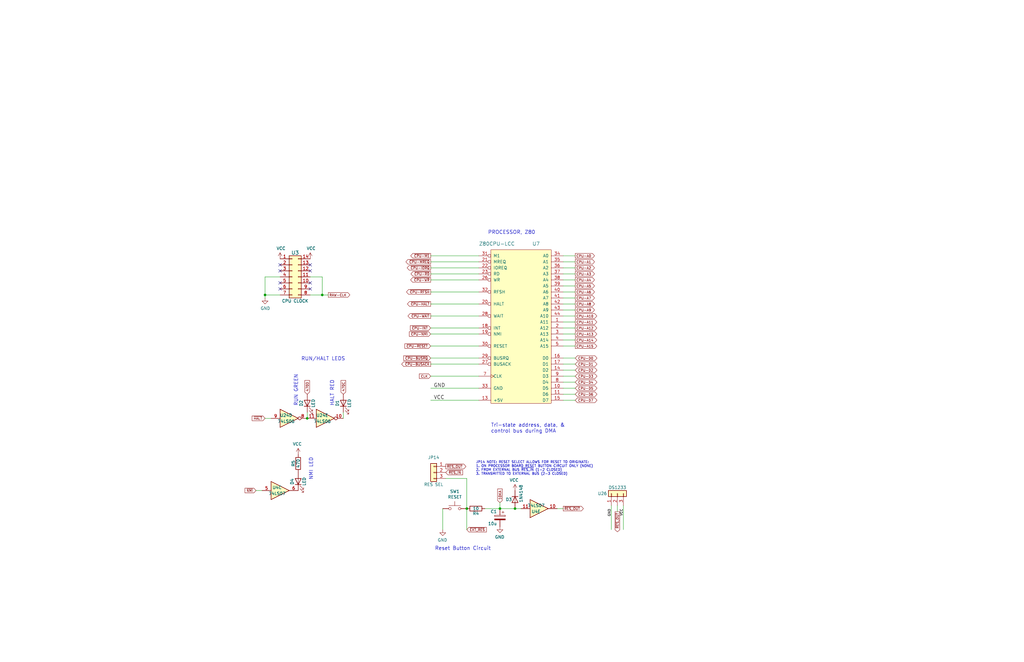
<source format=kicad_sch>
(kicad_sch (version 20211123) (generator eeschema)
  (paper "B")
  (lib_symbols
    (symbol "74xx:74LS06" (pin_names (offset 1.016))
      (property "Reference" "U" (at 0 1.27 0))
      (property "Value" "74LS06" (at 0 -1.27 0))
      (symbol "74LS06_1_0"
        (polyline (pts (xy -3.81 3.81) (xy -3.81 -3.81) (xy 3.81 0) (xy -3.81 3.81)) (stroke (width 0.254)) (fill (type background)))
        (pin input line (at -7.62 0 0) (length 3.81) (name "~") (number "1"))
        (pin open_collector inverted (at 7.62 0 180) (length 3.81) (name "~") (number "2"))
      )
      (symbol "74LS06_2_0"
        (polyline (pts (xy -3.81 3.81) (xy -3.81 -3.81) (xy 3.81 0) (xy -3.81 3.81)) (stroke (width 0.254)) (fill (type background)))
        (pin input line (at -7.62 0 0) (length 3.81) (name "~") (number "3"))
        (pin open_collector inverted (at 7.62 0 180) (length 3.81) (name "~") (number "4"))
      )
      (symbol "74LS06_3_0"
        (polyline (pts (xy -3.81 3.81) (xy -3.81 -3.81) (xy 3.81 0) (xy -3.81 3.81)) (stroke (width 0.254)) (fill (type background)))
        (pin input line (at -7.62 0 0) (length 3.81) (name "~") (number "5"))
        (pin open_collector inverted (at 7.62 0 180) (length 3.81) (name "~") (number "6"))
      )
      (symbol "74LS06_4_0"
        (polyline (pts (xy -3.81 3.81) (xy -3.81 -3.81) (xy 3.81 0) (xy -3.81 3.81)) (stroke (width 0.254)) (fill (type background)))
        (pin open_collector inverted (at 7.62 0 180) (length 3.81) (name "~") (number "8"))
        (pin input line (at -7.62 0 0) (length 3.81) (name "~") (number "9"))
      )
      (symbol "74LS06_5_0"
        (polyline (pts (xy -3.81 3.81) (xy -3.81 -3.81) (xy 3.81 0) (xy -3.81 3.81)) (stroke (width 0.254)) (fill (type background)))
        (pin open_collector inverted (at 7.62 0 180) (length 3.81) (name "~") (number "10"))
        (pin input line (at -7.62 0 0) (length 3.81) (name "~") (number "11"))
      )
      (symbol "74LS06_6_0"
        (polyline (pts (xy -3.81 3.81) (xy -3.81 -3.81) (xy 3.81 0) (xy -3.81 3.81)) (stroke (width 0.254)) (fill (type background)))
        (pin open_collector inverted (at 7.62 0 180) (length 3.81) (name "~") (number "12"))
        (pin input line (at -7.62 0 0) (length 3.81) (name "~") (number "13"))
      )
      (symbol "74LS06_7_0"
        (pin power_in line (at 0 12.7 270) (length 5.08) (name "VCC") (number "14"))
        (pin power_in line (at 0 -12.7 90) (length 5.08) (name "GND") (number "7"))
      )
      (symbol "74LS06_7_1"
        (rectangle (start -5.08 7.62) (end 5.08 -7.62) (stroke (width 0.254)) (fill (type background)))
      )
    )
    (symbol "74xx:74LS07" (pin_names (offset 1.016))
      (property "Reference" "U" (at 0 1.27 0))
      (property "Value" "74LS07" (at 0 -1.27 0))
      (symbol "74LS07_1_0"
        (polyline (pts (xy -3.81 3.81) (xy -3.81 -3.81) (xy 3.81 0) (xy -3.81 3.81)) (stroke (width 0.254)) (fill (type background)))
        (pin input line (at -7.62 0 0) (length 3.81) (name "~") (number "1"))
        (pin open_collector line (at 7.62 0 180) (length 3.81) (name "~") (number "2"))
      )
      (symbol "74LS07_2_0"
        (polyline (pts (xy -3.81 3.81) (xy -3.81 -3.81) (xy 3.81 0) (xy -3.81 3.81)) (stroke (width 0.254)) (fill (type background)))
        (pin input line (at -7.62 0 0) (length 3.81) (name "~") (number "3"))
        (pin open_collector line (at 7.62 0 180) (length 3.81) (name "~") (number "4"))
      )
      (symbol "74LS07_3_0"
        (polyline (pts (xy -3.81 3.81) (xy -3.81 -3.81) (xy 3.81 0) (xy -3.81 3.81)) (stroke (width 0.254)) (fill (type background)))
        (pin input line (at -7.62 0 0) (length 3.81) (name "~") (number "5"))
        (pin open_collector line (at 7.62 0 180) (length 3.81) (name "~") (number "6"))
      )
      (symbol "74LS07_4_0"
        (polyline (pts (xy -3.81 3.81) (xy -3.81 -3.81) (xy 3.81 0) (xy -3.81 3.81)) (stroke (width 0.254)) (fill (type background)))
        (pin open_collector line (at 7.62 0 180) (length 3.81) (name "~") (number "8"))
        (pin input line (at -7.62 0 0) (length 3.81) (name "~") (number "9"))
      )
      (symbol "74LS07_5_0"
        (polyline (pts (xy -3.81 3.81) (xy -3.81 -3.81) (xy 3.81 0) (xy -3.81 3.81)) (stroke (width 0.254)) (fill (type background)))
        (pin open_collector line (at 7.62 0 180) (length 3.81) (name "~") (number "10"))
        (pin input line (at -7.62 0 0) (length 3.81) (name "~") (number "11"))
      )
      (symbol "74LS07_6_0"
        (polyline (pts (xy -3.81 3.81) (xy -3.81 -3.81) (xy 3.81 0) (xy -3.81 3.81)) (stroke (width 0.254)) (fill (type background)))
        (pin open_collector line (at 7.62 0 180) (length 3.81) (name "~") (number "12"))
        (pin input line (at -7.62 0 0) (length 3.81) (name "~") (number "13"))
      )
      (symbol "74LS07_7_0"
        (pin power_in line (at 0 12.7 270) (length 5.08) (name "VCC") (number "14"))
        (pin power_in line (at 0 -12.7 90) (length 5.08) (name "GND") (number "7"))
      )
      (symbol "74LS07_7_1"
        (rectangle (start -5.08 7.62) (end 5.08 -7.62) (stroke (width 0.254)) (fill (type background)))
      )
    )
    (symbol "Connector_Generic:Conn_01x03" (pin_names (offset 1.016) hide)
      (property "Reference" "J" (at 0 5.08 0))
      (property "Value" "Conn_01x03" (at 0 -5.08 0))
      (symbol "Conn_01x03_1_1"
        (rectangle (start -1.27 -2.413) (end 0 -2.667) (stroke (width 0.1524)))
        (rectangle (start -1.27 0.127) (end 0 -0.127) (stroke (width 0.1524)))
        (rectangle (start -1.27 2.667) (end 0 2.413) (stroke (width 0.1524)))
        (rectangle (start -1.27 3.81) (end 1.27 -3.81) (stroke (width 0.254)) (fill (type background)))
        (pin passive line (at -5.08 2.54 0) (length 3.81) (name "Pin_1") (number "1"))
        (pin passive line (at -5.08 0 0) (length 3.81) (name "Pin_2") (number "2"))
        (pin passive line (at -5.08 -2.54 0) (length 3.81) (name "Pin_3") (number "3"))
      )
    )
    (symbol "Connector_Generic:Conn_02x07_Counter_Clockwise" (pin_names (offset 1.016) hide)
      (property "Reference" "J" (at 1.27 10.16 0))
      (property "Value" "Conn_02x07_Counter_Clockwise" (at 1.27 -10.16 0))
      (symbol "Conn_02x07_Counter_Clockwise_1_1"
        (rectangle (start -1.27 -7.493) (end 0 -7.747) (stroke (width 0.1524)))
        (rectangle (start -1.27 -4.953) (end 0 -5.207) (stroke (width 0.1524)))
        (rectangle (start -1.27 -2.413) (end 0 -2.667) (stroke (width 0.1524)))
        (rectangle (start -1.27 0.127) (end 0 -0.127) (stroke (width 0.1524)))
        (rectangle (start -1.27 2.667) (end 0 2.413) (stroke (width 0.1524)))
        (rectangle (start -1.27 5.207) (end 0 4.953) (stroke (width 0.1524)))
        (rectangle (start -1.27 7.747) (end 0 7.493) (stroke (width 0.1524)))
        (rectangle (start -1.27 8.89) (end 3.81 -8.89) (stroke (width 0.254)) (fill (type background)))
        (rectangle (start 3.81 -7.493) (end 2.54 -7.747) (stroke (width 0.1524)))
        (rectangle (start 3.81 -4.953) (end 2.54 -5.207) (stroke (width 0.1524)))
        (rectangle (start 3.81 -2.413) (end 2.54 -2.667) (stroke (width 0.1524)))
        (rectangle (start 3.81 0.127) (end 2.54 -0.127) (stroke (width 0.1524)))
        (rectangle (start 3.81 2.667) (end 2.54 2.413) (stroke (width 0.1524)))
        (rectangle (start 3.81 5.207) (end 2.54 4.953) (stroke (width 0.1524)))
        (rectangle (start 3.81 7.747) (end 2.54 7.493) (stroke (width 0.1524)))
        (pin passive line (at -5.08 7.62 0) (length 3.81) (name "Pin_1") (number "1"))
        (pin passive line (at 7.62 -2.54 180) (length 3.81) (name "Pin_10") (number "10"))
        (pin passive line (at 7.62 0 180) (length 3.81) (name "Pin_11") (number "11"))
        (pin passive line (at 7.62 2.54 180) (length 3.81) (name "Pin_12") (number "12"))
        (pin passive line (at 7.62 5.08 180) (length 3.81) (name "Pin_13") (number "13"))
        (pin passive line (at 7.62 7.62 180) (length 3.81) (name "Pin_14") (number "14"))
        (pin passive line (at -5.08 5.08 0) (length 3.81) (name "Pin_2") (number "2"))
        (pin passive line (at -5.08 2.54 0) (length 3.81) (name "Pin_3") (number "3"))
        (pin passive line (at -5.08 0 0) (length 3.81) (name "Pin_4") (number "4"))
        (pin passive line (at -5.08 -2.54 0) (length 3.81) (name "Pin_5") (number "5"))
        (pin passive line (at -5.08 -5.08 0) (length 3.81) (name "Pin_6") (number "6"))
        (pin passive line (at -5.08 -7.62 0) (length 3.81) (name "Pin_7") (number "7"))
        (pin passive line (at 7.62 -7.62 180) (length 3.81) (name "Pin_8") (number "8"))
        (pin passive line (at 7.62 -5.08 180) (length 3.81) (name "Pin_9") (number "9"))
      )
    )
    (symbol "Device:C_Polarized" (pin_numbers hide) (pin_names (offset 0.254))
      (property "Reference" "C" (at 0.635 2.54 0))
      (property "Value" "C_Polarized" (at 0.635 -2.54 0))
      (symbol "C_Polarized_0_1"
        (rectangle (start -2.286 0.508) (end 2.286 1.016))
        (polyline (pts (xy -1.778 2.286) (xy -0.762 2.286)))
        (polyline (pts (xy -1.27 2.794) (xy -1.27 1.778)))
        (rectangle (start 2.286 -0.508) (end -2.286 -1.016) (fill (type outline)))
      )
      (symbol "C_Polarized_1_1"
        (pin passive line (at 0 3.81 270) (length 2.794) (name "~") (number "1"))
        (pin passive line (at 0 -3.81 90) (length 2.794) (name "~") (number "2"))
      )
    )
    (symbol "Device:LED" (pin_numbers hide) (pin_names (offset 1.016) hide)
      (property "Reference" "D" (at 0 2.54 0))
      (property "Value" "LED" (at 0 -2.54 0))
      (symbol "LED_0_1"
        (polyline (pts (xy -1.27 -1.27) (xy -1.27 1.27)) (stroke (width 0.254)))
        (polyline (pts (xy -1.27 0) (xy 1.27 0)))
        (polyline (pts (xy 1.27 -1.27) (xy 1.27 1.27) (xy -1.27 0) (xy 1.27 -1.27)) (stroke (width 0.254)))
        (polyline (pts (xy -3.048 -0.762) (xy -4.572 -2.286) (xy -3.81 -2.286) (xy -4.572 -2.286) (xy -4.572 -1.524)))
        (polyline (pts (xy -1.778 -0.762) (xy -3.302 -2.286) (xy -2.54 -2.286) (xy -3.302 -2.286) (xy -3.302 -1.524)))
      )
      (symbol "LED_1_1"
        (pin passive line (at -3.81 0 0) (length 2.54) (name "K") (number "1"))
        (pin passive line (at 3.81 0 180) (length 2.54) (name "A") (number "2"))
      )
    )
    (symbol "Device:R" (pin_numbers hide) (pin_names (offset 0))
      (property "Reference" "R" (at 2.032 0 90))
      (property "Value" "R" (at 0 0 90))
      (symbol "R_0_1"
        (rectangle (start -1.016 -2.54) (end 1.016 2.54) (stroke (width 0.254)))
      )
      (symbol "R_1_1"
        (pin passive line (at 0 3.81 270) (length 1.27) (name "~") (number "1"))
        (pin passive line (at 0 -3.81 90) (length 1.27) (name "~") (number "2"))
      )
    )
    (symbol "Diode:1N4148" (pin_numbers hide) (pin_names hide)
      (property "Reference" "D" (at 0 2.54 0))
      (property "Value" "1N4148" (at 0 -2.54 0))
      (symbol "1N4148_0_1"
        (polyline (pts (xy -1.27 1.27) (xy -1.27 -1.27)) (stroke (width 0.254)))
        (polyline (pts (xy 1.27 0) (xy -1.27 0)))
        (polyline (pts (xy 1.27 1.27) (xy 1.27 -1.27) (xy -1.27 0) (xy 1.27 1.27)) (stroke (width 0.254)))
      )
      (symbol "1N4148_1_1"
        (pin passive line (at -3.81 0 0) (length 2.54) (name "K") (number "1"))
        (pin passive line (at 3.81 0 180) (length 2.54) (name "A") (number "2"))
      )
    )
    (symbol "Switch:SW_Push" (pin_numbers hide) (pin_names (offset 1.016) hide)
      (property "Reference" "SW" (at 1.27 2.54 0))
      (property "Value" "SW_Push" (at 0 -1.524 0))
      (symbol "SW_Push_0_1"
        (circle (center -2.032 0) (radius 0.508))
        (polyline (pts (xy 0 1.27) (xy 0 3.048)))
        (polyline (pts (xy 2.54 1.27) (xy -2.54 1.27)))
        (circle (center 2.032 0) (radius 0.508))
        (pin passive line (at -5.08 0 0) (length 2.54) (name "1") (number "1"))
        (pin passive line (at 5.08 0 180) (length 2.54) (name "2") (number "2"))
      )
    )
    (symbol "Zilog_z80:Z80CPU-LCC" (pin_names (offset 1.016))
      (property "Reference" "IC" (at 0 1.27 0))
      (property "Value" "Z80CPU-LCC" (at 12.7 1.27 0))
      (symbol "Z80CPU-LCC_0_0"
        (pin no_connect line (at 11.43 -67.31 90) (length 2.54) hide (name "NC") (number "12"))
        (pin no_connect line (at 13.97 -67.31 90) (length 2.54) hide (name "NC") (number "24"))
        (pin no_connect line (at 16.51 -67.31 90) (length 2.54) hide (name "NC") (number "25"))
        (pin output line (at 30.48 -20.32 180) (length 5.08) (name "A7") (number "41"))
        (pin output line (at 30.48 -22.86 180) (length 5.08) (name "A8") (number "42"))
        (pin output line (at 30.48 -25.4 180) (length 5.08) (name "A9") (number "43"))
        (pin output line (at 30.48 -27.94 180) (length 5.08) (name "A10") (number "44"))
        (pin no_connect line (at 8.89 -67.31 90) (length 2.54) hide (name "NC") (number "6"))
      )
      (symbol "Z80CPU-LCC_1_0"
        (rectangle (start -1.27 -50.8) (end -1.27 -50.8))
        (rectangle (start 0 0) (end 25.4 -64.77) (fill (type background)))
        (pin output line (at 30.48 -30.48 180) (length 5.08) (name "A11") (number "1"))
        (pin bidirectional line (at 30.48 -58.42 180) (length 5.08) (name "D5") (number "10"))
        (pin bidirectional line (at 30.48 -60.96 180) (length 5.08) (name "D6") (number "11"))
        (pin power_in line (at -5.08 -63.5 0) (length 5.08) (name "+5V") (number "13"))
        (pin bidirectional line (at 30.48 -50.8 180) (length 5.08) (name "D2") (number "14"))
        (pin bidirectional line (at 30.48 -63.5 180) (length 5.08) (name "D7") (number "15"))
        (pin bidirectional line (at 30.48 -45.72 180) (length 5.08) (name "D0") (number "16"))
        (pin bidirectional line (at 30.48 -48.26 180) (length 5.08) (name "D1") (number "17"))
        (pin input inverted (at -5.08 -33.02 0) (length 5.08) (name "INT") (number "18"))
        (pin input inverted (at -5.08 -35.56 0) (length 5.08) (name "NMI") (number "19"))
        (pin output line (at 30.48 -33.02 180) (length 5.08) (name "A12") (number "2"))
        (pin output inverted (at -5.08 -22.86 0) (length 5.08) (name "HALT") (number "20"))
        (pin output inverted (at -5.08 -5.08 0) (length 5.08) (name "MREQ") (number "21"))
        (pin output inverted (at -5.08 -7.62 0) (length 5.08) (name "IOREQ") (number "22"))
        (pin output inverted (at -5.08 -10.16 0) (length 5.08) (name "RD") (number "23"))
        (pin output inverted (at -5.08 -12.7 0) (length 5.08) (name "WR") (number "26"))
        (pin output inverted (at -5.08 -48.26 0) (length 5.08) (name "BUSACK") (number "27"))
        (pin input inverted (at -5.08 -27.94 0) (length 5.08) (name "WAIT") (number "28"))
        (pin input inverted (at -5.08 -45.72 0) (length 5.08) (name "BUSRQ") (number "29"))
        (pin output line (at 30.48 -35.56 180) (length 5.08) (name "A13") (number "3"))
        (pin input inverted (at -5.08 -40.64 0) (length 5.08) (name "RESET") (number "30"))
        (pin output inverted (at -5.08 -2.54 0) (length 5.08) (name "M1") (number "31"))
        (pin output inverted (at -5.08 -17.78 0) (length 5.08) (name "RFSH") (number "32"))
        (pin power_in line (at -5.08 -58.42 0) (length 5.08) (name "GND") (number "33"))
        (pin output line (at 30.48 -2.54 180) (length 5.08) (name "A0") (number "34"))
        (pin output line (at 30.48 -5.08 180) (length 5.08) (name "A1") (number "35"))
        (pin output line (at 30.48 -7.62 180) (length 5.08) (name "A2") (number "36"))
        (pin output line (at 30.48 -10.16 180) (length 5.08) (name "A3") (number "37"))
        (pin output line (at 30.48 -12.7 180) (length 5.08) (name "A4") (number "38"))
        (pin output line (at 30.48 -15.24 180) (length 5.08) (name "A5") (number "39"))
        (pin output line (at 30.48 -38.1 180) (length 5.08) (name "A14") (number "4"))
        (pin output line (at 30.48 -17.78 180) (length 5.08) (name "A6") (number "40"))
        (pin output line (at 30.48 -40.64 180) (length 5.08) (name "A15") (number "5"))
        (pin input clock (at -5.08 -53.34 0) (length 5.08) (name "CLK") (number "7"))
        (pin bidirectional line (at 30.48 -55.88 180) (length 5.08) (name "D4") (number "8"))
        (pin bidirectional line (at 30.48 -53.34 180) (length 5.08) (name "D3") (number "9"))
      )
    )
    (symbol "power:GND" (power) (pin_names (offset 0))
      (property "Value" "GND" (at 0 -3.81 0))
      (symbol "GND_0_1"
        (polyline (pts (xy 0 0) (xy 0 -1.27) (xy 1.27 -1.27) (xy 0 -2.54) (xy -1.27 -1.27) (xy 0 -1.27)))
      )
      (symbol "GND_1_1"
        (pin power_in line (at 0 0 270) (length 0) hide (name "GND") (number "1"))
      )
    )
    (symbol "power:VCC" (power) (pin_names (offset 0))
      (property "Value" "VCC" (at 0 3.81 0))
      (symbol "VCC_0_1"
        (polyline (pts (xy -0.762 1.27) (xy 0 2.54)))
        (polyline (pts (xy 0 0) (xy 0 2.54)))
        (polyline (pts (xy 0 2.54) (xy 0.762 1.27)))
      )
      (symbol "VCC_1_1"
        (pin power_in line (at 0 0 90) (length 0) hide (name "VCC") (number "1"))
      )
    )
  )
  (junction (at 196.85 214.63))
  (junction (at 210.82 214.63))
  (junction (at 129.54 176.53))
  (junction (at 135.89 124.46))
  (junction (at 111.76 124.46))
  (junction (at 217.17 214.63))
  (no_connect (at 118.11 119.38))
  (no_connect (at 118.11 111.76))
  (no_connect (at 130.81 111.76))
  (no_connect (at 130.81 121.92))
  (no_connect (at 118.11 121.92))
  (no_connect (at 130.81 114.3))
  (no_connect (at 130.81 119.38))
  (no_connect (at 118.11 114.3))
  (wire (pts (xy 181.61 153.67) (xy 201.93 153.67)))
  (wire (pts (xy 181.61 140.97) (xy 201.93 140.97)))
  (wire (pts (xy 237.49 118.11) (xy 242.57 118.11)))
  (wire (pts (xy 111.76 176.53) (xy 114.3 176.53)))
  (wire (pts (xy 144.78 173.99) (xy 144.78 176.53)))
  (wire (pts (xy 237.49 130.81) (xy 242.57 130.81)))
  (wire (pts (xy 237.49 113.03) (xy 242.57 113.03)))
  (wire (pts (xy 237.49 153.67) (xy 242.57 153.67)))
  (wire (pts (xy 237.49 151.13) (xy 242.57 151.13)))
  (wire (pts (xy 111.76 125.73) (xy 111.76 124.46)))
  (wire (pts (xy 237.49 156.21) (xy 242.57 156.21)))
  (wire (pts (xy 237.49 110.49) (xy 242.57 110.49)))
  (wire (pts (xy 237.49 115.57) (xy 242.57 115.57)))
  (wire (pts (xy 110.49 207.01) (xy 107.95 207.01)))
  (wire (pts (xy 181.61 163.83) (xy 201.93 163.83)))
  (wire (pts (xy 260.35 215.9) (xy 260.35 213.36)))
  (wire (pts (xy 237.49 161.29) (xy 242.57 161.29)))
  (wire (pts (xy 237.49 123.19) (xy 242.57 123.19)))
  (wire (pts (xy 237.49 128.27) (xy 242.57 128.27)))
  (wire (pts (xy 257.81 213.36) (xy 257.81 223.52)))
  (wire (pts (xy 129.54 173.99) (xy 129.54 176.53)))
  (wire (pts (xy 196.85 214.63) (xy 196.85 223.52)))
  (wire (pts (xy 237.49 135.89) (xy 242.57 135.89)))
  (wire (pts (xy 201.93 128.27) (xy 181.61 128.27)))
  (wire (pts (xy 237.49 158.75) (xy 242.57 158.75)))
  (wire (pts (xy 118.11 116.84) (xy 111.76 116.84)))
  (wire (pts (xy 201.93 107.95) (xy 181.61 107.95)))
  (wire (pts (xy 210.82 214.63) (xy 204.47 214.63)))
  (wire (pts (xy 196.85 201.93) (xy 196.85 214.63)))
  (wire (pts (xy 135.89 124.46) (xy 138.43 124.46)))
  (wire (pts (xy 181.61 151.13) (xy 201.93 151.13)))
  (wire (pts (xy 237.49 125.73) (xy 242.57 125.73)))
  (wire (pts (xy 210.82 214.63) (xy 210.82 212.09)))
  (wire (pts (xy 111.76 124.46) (xy 118.11 124.46)))
  (wire (pts (xy 237.49 146.05) (xy 242.57 146.05)))
  (wire (pts (xy 181.61 133.35) (xy 201.93 133.35)))
  (wire (pts (xy 181.61 158.75) (xy 201.93 158.75)))
  (wire (pts (xy 181.61 146.05) (xy 201.93 146.05)))
  (wire (pts (xy 237.49 143.51) (xy 242.57 143.51)))
  (wire (pts (xy 217.17 214.63) (xy 210.82 214.63)))
  (wire (pts (xy 237.49 214.63) (xy 234.95 214.63)))
  (wire (pts (xy 181.61 118.11) (xy 201.93 118.11)))
  (wire (pts (xy 196.85 201.93) (xy 187.96 201.93)))
  (wire (pts (xy 181.61 168.91) (xy 201.93 168.91)))
  (wire (pts (xy 262.89 213.36) (xy 262.89 223.52)))
  (wire (pts (xy 181.61 115.57) (xy 201.93 115.57)))
  (wire (pts (xy 135.89 116.84) (xy 135.89 124.46)))
  (wire (pts (xy 201.93 123.19) (xy 181.61 123.19)))
  (wire (pts (xy 186.69 214.63) (xy 186.69 223.52)))
  (wire (pts (xy 111.76 116.84) (xy 111.76 124.46)))
  (wire (pts (xy 181.61 138.43) (xy 201.93 138.43)))
  (wire (pts (xy 237.49 133.35) (xy 242.57 133.35)))
  (wire (pts (xy 135.89 124.46) (xy 130.81 124.46)))
  (wire (pts (xy 237.49 138.43) (xy 242.57 138.43)))
  (wire (pts (xy 237.49 166.37) (xy 242.57 166.37)))
  (wire (pts (xy 237.49 163.83) (xy 242.57 163.83)))
  (wire (pts (xy 181.61 110.49) (xy 201.93 110.49)))
  (wire (pts (xy 130.81 116.84) (xy 135.89 116.84)))
  (wire (pts (xy 237.49 107.95) (xy 242.57 107.95)))
  (wire (pts (xy 237.49 120.65) (xy 242.57 120.65)))
  (wire (pts (xy 237.49 168.91) (xy 242.57 168.91)))
  (wire (pts (xy 201.93 113.03) (xy 181.61 113.03)))
  (wire (pts (xy 237.49 140.97) (xy 242.57 140.97)))
  (wire (pts (xy 219.71 214.63) (xy 217.17 214.63)))
  (text "RUN GREEN" (at 125.73 171.45 90) (effects (font (size 1.524 1.524)) (justify left bottom)))
  (text "JP14 NOTE: RESET SELECT ALLOWS FOR RESET TO ORIGINATE:\n1. ON PROCESSOR BOARD RESET BUTTON CIRCUIT ONLY (NONE)\n2. FROM EXTERNAL BUS ~{RES_IN} (1-2 CLOSED)\n3. TRANSMITTED TO EXTERNAL BUS (2-3 CLOSED)" (at 200.66 200.66 0) (effects (font (size 1.016 1.016)) (justify left bottom)))
  (text "HALT RED" (at 140.97 171.45 90) (effects (font (size 1.524 1.524)) (justify left bottom)))
  (text "Reset Button Circuit" (at 207.01 232.41 180) (effects (font (size 1.524 1.524)) (justify right bottom)))
  (text "NMI LED" (at 132.08 193.04 270) (effects (font (size 1.524 1.524)) (justify right bottom)))
  (text "PROCESSOR, Z80" (at 205.74 99.06 0) (effects (font (size 1.524 1.524)) (justify left bottom)))
  (text "Tri-state address, data, & \ncontrol bus during DMA" (at 207.01 182.88 0) (effects (font (size 1.524 1.524)) (justify left bottom)))
  (text "RUN/HALT LEDS" (at 127 152.4 0) (effects (font (size 1.524 1.524)) (justify left bottom)))
  (label "VCC" (at 262.89 214.63 270) (effects (font (size 1.016 1.016))))
  (label "GND" (at 182.88 163.83 0) (effects (font (size 1.524 1.524))))
  (label "VCC" (at 182.88 168.91 0) (effects (font (size 1.524 1.524))))
  (label "GND" (at 257.81 214.63 270) (effects (font (size 1.016 1.016))))
  (global_label "CPU-D5" (shape bidirectional) (at 242.57 163.83 0) (effects (font (size 1.016 1.016))) (property "Intersheet References" "${INTERSHEET_REFS}" (effects hide)))
  (global_label "10KA" (shape input) (at 210.82 212.09 90) (effects (font (size 1.016 1.016))) (property "Intersheet References" "${INTERSHEET_REFS}" (effects hide)))
  (global_label "~{CPU-BUSRQ}" (shape input) (at 181.61 151.13 180) (effects (font (size 1.016 1.016))) (property "Intersheet References" "${INTERSHEET_REFS}" (effects hide)))
  (global_label "~{RES_OUT}" (shape output) (at 260.35 215.9 270) (effects (font (size 1.016 1.016))) (property "Intersheet References" "${INTERSHEET_REFS}" (effects hide)))
  (global_label "CPU-A10" (shape output) (at 242.57 133.35 0) (effects (font (size 1.016 1.016))) (property "Intersheet References" "${INTERSHEET_REFS}" (effects hide)))
  (global_label "CPU-A15" (shape output) (at 242.57 146.05 0) (effects (font (size 1.016 1.016))) (property "Intersheet References" "${INTERSHEET_REFS}" (effects hide)))
  (global_label "~{CPU-BUSACK}" (shape output) (at 181.61 153.67 180) (effects (font (size 1.016 1.016))) (property "Intersheet References" "${INTERSHEET_REFS}" (effects hide)))
  (global_label "CPU-A2" (shape output) (at 242.57 113.03 0) (effects (font (size 1.016 1.016))) (property "Intersheet References" "${INTERSHEET_REFS}" (effects hide)))
  (global_label "CPU-A14" (shape output) (at 242.57 143.51 0) (effects (font (size 1.016 1.016))) (property "Intersheet References" "${INTERSHEET_REFS}" (effects hide)))
  (global_label "~{CPU-M1}" (shape output) (at 181.61 107.95 180) (effects (font (size 1.016 1.016))) (property "Intersheet References" "${INTERSHEET_REFS}" (effects hide)))
  (global_label "~{CPU-IORQ}" (shape output) (at 181.61 113.03 180) (effects (font (size 1.016 1.016))) (property "Intersheet References" "${INTERSHEET_REFS}" (effects hide)))
  (global_label "~{HALT}" (shape input) (at 111.76 176.53 180) (effects (font (size 1.016 1.016))) (property "Intersheet References" "${INTERSHEET_REFS}" (effects hide)))
  (global_label "CPU-A11" (shape output) (at 242.57 135.89 0) (effects (font (size 1.016 1.016))) (property "Intersheet References" "${INTERSHEET_REFS}" (effects hide)))
  (global_label "~{CPU-MREQ}" (shape output) (at 181.61 110.49 180) (effects (font (size 1.016 1.016))) (property "Intersheet References" "${INTERSHEET_REFS}" (effects hide)))
  (global_label "~{RES_OUT}" (shape output) (at 237.49 214.63 0) (effects (font (size 1.016 1.016))) (property "Intersheet References" "${INTERSHEET_REFS}" (effects hide)))
  (global_label "CPU-A9" (shape output) (at 242.57 130.81 0) (effects (font (size 1.016 1.016))) (property "Intersheet References" "${INTERSHEET_REFS}" (effects hide)))
  (global_label "CPU-A0" (shape output) (at 242.57 107.95 0) (effects (font (size 1.016 1.016))) (property "Intersheet References" "${INTERSHEET_REFS}" (effects hide)))
  (global_label "CPU-A7" (shape output) (at 242.57 125.73 0) (effects (font (size 1.016 1.016))) (property "Intersheet References" "${INTERSHEET_REFS}" (effects hide)))
  (global_label "~{CPU-RFSH}" (shape output) (at 181.61 123.19 180) (effects (font (size 1.016 1.016))) (property "Intersheet References" "${INTERSHEET_REFS}" (effects hide)))
  (global_label "~{CPU-WR}" (shape output) (at 181.61 118.11 180) (effects (font (size 1.016 1.016))) (property "Intersheet References" "${INTERSHEET_REFS}" (effects hide)))
  (global_label "CPU-A6" (shape output) (at 242.57 123.19 0) (effects (font (size 1.016 1.016))) (property "Intersheet References" "${INTERSHEET_REFS}" (effects hide)))
  (global_label "CPU-D2" (shape bidirectional) (at 242.57 156.21 0) (effects (font (size 1.016 1.016))) (property "Intersheet References" "${INTERSHEET_REFS}" (effects hide)))
  (global_label "~{CPU-INT}" (shape input) (at 181.61 138.43 180) (effects (font (size 1.016 1.016))) (property "Intersheet References" "${INTERSHEET_REFS}" (effects hide)))
  (global_label "~{CPU-RESET}" (shape input) (at 181.61 146.05 180) (effects (font (size 1.016 1.016))) (property "Intersheet References" "${INTERSHEET_REFS}" (effects hide)))
  (global_label "CPU-A8" (shape output) (at 242.57 128.27 0) (effects (font (size 1.016 1.016))) (property "Intersheet References" "${INTERSHEET_REFS}" (effects hide)))
  (global_label "~{RES_IN}" (shape input) (at 187.96 199.39 0) (effects (font (size 1.016 1.016))) (property "Intersheet References" "${INTERSHEET_REFS}" (effects hide)))
  (global_label "CPU-A4" (shape output) (at 242.57 118.11 0) (effects (font (size 1.016 1.016))) (property "Intersheet References" "${INTERSHEET_REFS}" (effects hide)))
  (global_label "~{NMI}" (shape input) (at 107.95 207.01 180) (effects (font (size 1.016 1.016))) (property "Intersheet References" "${INTERSHEET_REFS}" (effects hide)))
  (global_label "~{CPU-RD}" (shape output) (at 181.61 115.57 180) (effects (font (size 1.016 1.016))) (property "Intersheet References" "${INTERSHEET_REFS}" (effects hide)))
  (global_label "470D" (shape input) (at 129.54 166.37 90) (effects (font (size 1.016 1.016))) (property "Intersheet References" "${INTERSHEET_REFS}" (effects hide)))
  (global_label "CPU-A13" (shape output) (at 242.57 140.97 0) (effects (font (size 1.016 1.016))) (property "Intersheet References" "${INTERSHEET_REFS}" (effects hide)))
  (global_label "~{RES_OUT}" (shape output) (at 187.96 196.85 0) (effects (font (size 1.016 1.016))) (property "Intersheet References" "${INTERSHEET_REFS}" (effects hide)))
  (global_label "CPU-D4" (shape bidirectional) (at 242.57 161.29 0) (effects (font (size 1.016 1.016))) (property "Intersheet References" "${INTERSHEET_REFS}" (effects hide)))
  (global_label "CPU-A3" (shape output) (at 242.57 115.57 0) (effects (font (size 1.016 1.016))) (property "Intersheet References" "${INTERSHEET_REFS}" (effects hide)))
  (global_label "~{CPU-HALT}" (shape output) (at 181.61 128.27 180) (effects (font (size 1.016 1.016))) (property "Intersheet References" "${INTERSHEET_REFS}" (effects hide)))
  (global_label "CPU-D1" (shape bidirectional) (at 242.57 153.67 0) (effects (font (size 1.016 1.016))) (property "Intersheet References" "${INTERSHEET_REFS}" (effects hide)))
  (global_label "CPU-A5" (shape output) (at 242.57 120.65 0) (effects (font (size 1.016 1.016))) (property "Intersheet References" "${INTERSHEET_REFS}" (effects hide)))
  (global_label "~{EXT_RES}" (shape input) (at 196.85 223.52 0) (effects (font (size 1.016 1.016))) (property "Intersheet References" "${INTERSHEET_REFS}" (effects hide)))
  (global_label "CPU-D7" (shape bidirectional) (at 242.57 168.91 0) (effects (font (size 1.016 1.016))) (property "Intersheet References" "${INTERSHEET_REFS}" (effects hide)))
  (global_label "CPU-D0" (shape bidirectional) (at 242.57 151.13 0) (effects (font (size 1.016 1.016))) (property "Intersheet References" "${INTERSHEET_REFS}" (effects hide)))
  (global_label "~{CPU-WAIT}" (shape output) (at 181.61 133.35 180) (effects (font (size 1.016 1.016))) (property "Intersheet References" "${INTERSHEET_REFS}" (effects hide)))
  (global_label "RAW-CLK" (shape output) (at 138.43 124.46 0) (effects (font (size 1.016 1.016))) (property "Intersheet References" "${INTERSHEET_REFS}" (effects hide)))
  (global_label "CLK" (shape input) (at 181.61 158.75 180) (effects (font (size 1.016 1.016))) (property "Intersheet References" "${INTERSHEET_REFS}" (effects hide)))
  (global_label "CPU-A1" (shape output) (at 242.57 110.49 0) (effects (font (size 1.016 1.016))) (property "Intersheet References" "${INTERSHEET_REFS}" (effects hide)))
  (global_label "~{CPU-NMI}" (shape input) (at 181.61 140.97 180) (effects (font (size 1.016 1.016))) (property "Intersheet References" "${INTERSHEET_REFS}" (effects hide)))
  (global_label "CPU-D3" (shape bidirectional) (at 242.57 158.75 0) (effects (font (size 1.016 1.016))) (property "Intersheet References" "${INTERSHEET_REFS}" (effects hide)))
  (global_label "470C" (shape input) (at 144.78 166.37 90) (effects (font (size 1.016 1.016))) (property "Intersheet References" "${INTERSHEET_REFS}" (effects hide)))
  (global_label "CPU-A12" (shape output) (at 242.57 138.43 0) (effects (font (size 1.016 1.016))) (property "Intersheet References" "${INTERSHEET_REFS}" (effects hide)))
  (global_label "CPU-D6" (shape bidirectional) (at 242.57 166.37 0) (effects (font (size 1.016 1.016))) (property "Intersheet References" "${INTERSHEET_REFS}" (effects hide)))
  (symbol (lib_id "Connector_Generic:Conn_02x07_Counter_Clockwise") (at 123.19 116.84 0) (unit 1)
    (property "Reference" "U3" (at 124.46 106.68 0) (effects (font (size 1.524 1.524))))
    (property "Value" "CPU CLOCK" (at 124.46 127 0))
    (property "Footprint" "Package_DIP:DIP-14_W7.62mm" (effects hide))
  )
  (symbol (lib_id "power:GND") (at 111.76 125.73 0) (unit 1)
    (property "Reference" "#PWR0148" (effects hide))
    (property "Value" "GND" (at 111.887 130.1242 0))
  )
  (symbol (lib_id "power:VCC") (at 118.11 109.22 0) (unit 1)
    (property "Reference" "#PWR0149" (effects hide))
    (property "Value" "VCC" (at 118.491 104.8258 0))
  )
  (symbol (lib_id "power:VCC") (at 130.81 109.22 0) (unit 1)
    (property "Reference" "#PWR0150" (effects hide))
    (property "Value" "VCC" (at 131.191 104.8258 0))
  )
  (symbol (lib_id "Zilog_z80:Z80CPU-LCC") (at 207.01 105.41 0) (unit 1)
    (property "Reference" "U7" (at 226.06 102.87 0) (effects (font (size 1.4986 1.4986))))
    (property "Value" "Z80CPU-LCC" (at 209.55 102.87 0) (effects (font (size 1.4986 1.4986))))
    (property "Footprint" "Package_LCC:PLCC-44_THT-Socket" (effects hide))
    (property "Datasheet" "https://www.mouser.co.uk/datasheet/2/450/ps0178-19386.pdf" (effects hide))
    (property "Manufacturer_Name" "Zilog" (effects hide))
    (property "Manufacturer_Part_Number" "Z84C00" (effects hide))
  )
  (symbol (lib_id "74xx:74LS07") (at 118.11 207.01 0) (unit 3)
    (property "Reference" "U4" (at 116.84 205.74 0))
    (property "Value" "74LS07" (at 116.84 208.28 0))
    (property "Footprint" "Package_DIP:DIP-14_W7.62mm" (effects hide))
    (property "Datasheet" "www.ti.com/lit/ds/symlink/sn74ls07.pdf" (effects hide))
  )
  (symbol (lib_id "Device:R") (at 125.73 195.58 180) (unit 1)
    (property "Reference" "R5" (at 123.698 195.58 90))
    (property "Value" "470" (at 125.73 195.58 90))
    (property "Footprint" "Resistor_THT:R_Axial_DIN0207_L6.3mm_D2.5mm_P7.62mm_Horizontal" (effects hide))
  )
  (symbol (lib_id "Device:LED") (at 125.73 203.2 90) (unit 1)
    (property "Reference" "D4" (at 123.19 203.2 0))
    (property "Value" "LED" (at 128.27 203.2 0))
    (property "Footprint" "LED_THT:LED_D3.0mm_Horizontal_O3.81mm_Z2.0mm" (effects hide))
  )
  (symbol (lib_id "Device:LED") (at 129.54 170.18 90) (unit 1)
    (property "Reference" "D2" (at 127 170.18 0))
    (property "Value" "LED" (at 132.08 170.18 0))
    (property "Footprint" "LED_THT:LED_D3.0mm_Horizontal_O3.81mm_Z2.0mm" (effects hide))
  )
  (symbol (lib_id "Device:LED") (at 144.78 170.18 90) (unit 1)
    (property "Reference" "D1" (at 142.24 170.18 0))
    (property "Value" "LED" (at 147.32 170.18 0))
    (property "Footprint" "LED_THT:LED_D3.0mm_Horizontal_O3.81mm_Z2.0mm" (effects hide))
  )
  (symbol (lib_id "power:VCC") (at 125.73 191.77 0) (mirror y) (unit 1)
    (property "Reference" "#PWR0154" (effects hide))
    (property "Value" "VCC" (at 125.349 187.3758 0))
  )
  (symbol (lib_id "74xx:74LS06") (at 137.16 176.53 0) (unit 5)
    (property "Reference" "U24" (at 135.89 175.26 0))
    (property "Value" "74LS06" (at 135.89 177.8 0))
    (property "Datasheet" "http://www.ti.com/lit/gpn/sn74LS06" (effects hide))
  )
  (symbol (lib_id "74xx:74LS06") (at 121.92 176.53 0) (unit 4)
    (property "Reference" "U24" (at 120.65 175.26 0))
    (property "Value" "74LS06" (at 120.65 177.8 0))
    (property "Datasheet" "http://www.ti.com/lit/gpn/sn74LS06" (effects hide))
  )
  (symbol (lib_id "74xx:74LS07") (at 227.33 214.63 0) (mirror x) (unit 5)
    (property "Reference" "U4" (at 226.06 215.9 0))
    (property "Value" "74LS07" (at 226.06 213.36 0))
    (property "Footprint" "Package_DIP:DIP-14_W7.62mm" (effects hide))
    (property "Datasheet" "www.ti.com/lit/ds/symlink/sn74ls07.pdf" (effects hide))
  )
  (symbol (lib_id "Device:R") (at 200.66 214.63 90) (mirror x) (unit 1)
    (property "Reference" "R4" (at 200.66 216.662 90))
    (property "Value" "10" (at 200.66 214.63 90))
    (property "Footprint" "Resistor_THT:R_Axial_DIN0207_L6.3mm_D2.5mm_P7.62mm_Horizontal" (effects hide))
  )
  (symbol (lib_id "Device:C_Polarized") (at 210.82 218.44 0) (mirror y) (unit 1)
    (property "Reference" "C1" (at 209.55 215.9 0) (effects (justify left)))
    (property "Value" "10u" (at 209.55 220.98 0) (effects (justify left)))
    (property "Footprint" "Capacitor_THT:CP_Radial_D5.0mm_P2.50mm" (effects hide))
  )
  (symbol (lib_id "Diode:1N4148") (at 217.17 210.82 90) (mirror x) (unit 1)
    (property "Reference" "D3" (at 215.9 210.82 90) (effects (justify left)))
    (property "Value" "1N4148" (at 219.71 204.47 0) (effects (justify left)))
    (property "Footprint" "Diode_THT:D_DO-35_SOD27_P7.62mm_Horizontal" (effects hide))
    (property "Datasheet" "https://assets.nexperia.com/documents/data-sheet/1N4148_1N4448.pdf" (effects hide))
  )
  (symbol (lib_id "power:GND") (at 210.82 222.25 0) (mirror y) (unit 1)
    (property "Reference" "#PWR0156" (effects hide))
    (property "Value" "GND" (at 210.693 226.6442 0))
  )
  (symbol (lib_id "power:VCC") (at 217.17 207.01 0) (mirror y) (unit 1)
    (property "Reference" "#PWR0158" (effects hide))
    (property "Value" "VCC" (at 216.789 202.6158 0))
  )
  (symbol (lib_id "power:GND") (at 186.69 223.52 0) (mirror y) (unit 1)
    (property "Reference" "#PWR0159" (effects hide))
    (property "Value" "GND" (at 186.563 227.9142 0))
  )
  (symbol (lib_id "Switch:SW_Push") (at 191.77 214.63 0) (mirror y) (unit 1)
    (property "Reference" "SW1" (at 191.77 207.391 0))
    (property "Value" "RESET" (at 191.77 209.7024 0))
    (property "Footprint" "Button_Switch_THT:SW_Tactile_SPST_Angled_PTS645Vx58-2LFS" (effects hide))
  )
  (symbol (lib_id "Connector_Generic:Conn_01x03") (at 182.88 199.39 0) (mirror y) (unit 1)
    (property "Reference" "JP14" (at 182.88 193.04 0))
    (property "Value" "RES SEL" (at 182.88 204.47 0))
    (property "Footprint" "Connector_PinHeader_2.54mm:PinHeader_1x03_P2.54mm_Vertical" (effects hide))
  )
  (symbol (lib_id "Connector_Generic:Conn_01x03") (at 260.35 208.28 90) (unit 1)
    (property "Reference" "U26" (at 254 208.28 90))
    (property "Value" "DS1233" (at 260.35 205.74 90))
    (property "Footprint" "Package_TO_SOT_THT:TO-92L_HandSolder" (effects hide))
  )
)
</source>
